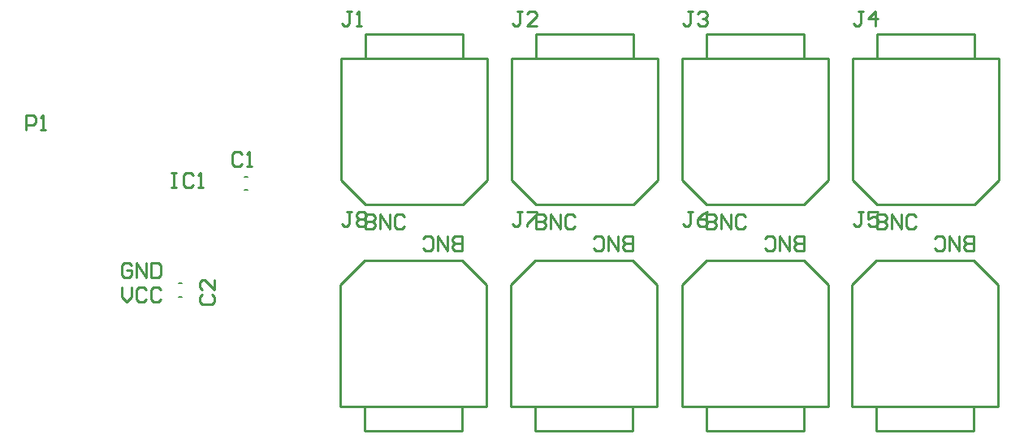
<source format=gto>
G04 Layer_Color=65535*
%FSLAX25Y25*%
%MOIN*%
G70*
G01*
G75*
%ADD12C,0.01000*%
%ADD20C,0.00500*%
D12*
X229800Y376999D02*
Y386999D01*
Y376999D02*
X239800D01*
X269800D02*
Y386999D01*
X259800Y376999D02*
X269800D01*
X239800D02*
X259800D01*
X219800Y386999D02*
X279800D01*
Y436999D01*
X219800Y386999D02*
Y436999D01*
X229800Y446999D01*
X269800D01*
X279800Y436999D01*
X299800Y376999D02*
Y386999D01*
Y376999D02*
X309800D01*
X339800D02*
Y386999D01*
X329800Y376999D02*
X339800D01*
X309800D02*
X329800D01*
X289800Y386999D02*
X349800D01*
Y436999D01*
X289800Y386999D02*
Y436999D01*
X299800Y446999D01*
X339800D01*
X349800Y436999D01*
X370000Y376999D02*
Y386999D01*
Y376999D02*
X380000D01*
X410000D02*
Y386999D01*
X400000Y376999D02*
X410000D01*
X380000D02*
X400000D01*
X360000Y386999D02*
X420000D01*
Y436999D01*
X360000Y386999D02*
Y436999D01*
X370000Y446999D01*
X410000D01*
X420000Y436999D01*
X439800Y376999D02*
Y386999D01*
Y376999D02*
X449800D01*
X479800D02*
Y386999D01*
X469800Y376999D02*
X479800D01*
X449800D02*
X469800D01*
X429800Y386999D02*
X489800D01*
Y436999D01*
X429800Y386999D02*
Y436999D01*
X439800Y446999D01*
X479800D01*
X489800Y436999D01*
X480000Y530000D02*
Y540000D01*
X470000D02*
X480000D01*
X440000Y530000D02*
Y540000D01*
X450000D01*
X470000D01*
X430000Y530000D02*
X490000D01*
X430000Y480000D02*
Y530000D01*
X490000Y480000D02*
Y530000D01*
X480000Y470000D02*
X490000Y480000D01*
X440000Y470000D02*
X480000D01*
X430000Y480000D02*
X440000Y470000D01*
X410000Y530000D02*
Y540000D01*
X400000D02*
X410000D01*
X370000Y530000D02*
Y540000D01*
X380000D01*
X400000D01*
X360000Y530000D02*
X420000D01*
X360000Y480000D02*
Y530000D01*
X420000Y480000D02*
Y530000D01*
X410000Y470000D02*
X420000Y480000D01*
X370000Y470000D02*
X410000D01*
X360000Y480000D02*
X370000Y470000D01*
X340000Y530000D02*
Y540000D01*
X330000D02*
X340000D01*
X300000Y530000D02*
Y540000D01*
X310000D01*
X330000D01*
X290000Y530000D02*
X350000D01*
X290000Y480000D02*
Y530000D01*
X350000Y480000D02*
Y530000D01*
X340000Y470000D02*
X350000Y480000D01*
X300000Y470000D02*
X340000D01*
X290000Y480000D02*
X300000Y470000D01*
X270000Y530000D02*
Y540000D01*
X260000D02*
X270000D01*
X230000Y530000D02*
Y540000D01*
X240000D01*
X260000D01*
X220000Y530000D02*
X280000D01*
X220000Y480000D02*
Y530000D01*
X280000Y480000D02*
Y530000D01*
X270000Y470000D02*
X280000Y480000D01*
X230000Y470000D02*
X270000D01*
X220000Y480000D02*
X230000Y470000D01*
X90600Y500800D02*
Y506798D01*
X93599D01*
X94599Y505798D01*
Y503799D01*
X93599Y502799D01*
X90600D01*
X96598Y500800D02*
X98597D01*
X97598D01*
Y506798D01*
X96598Y505798D01*
X163002Y432999D02*
X162002Y431999D01*
Y430000D01*
X163002Y429000D01*
X167000D01*
X168000Y430000D01*
Y431999D01*
X167000Y432999D01*
X168000Y438997D02*
Y434998D01*
X164001Y438997D01*
X163002D01*
X162002Y437997D01*
Y435998D01*
X163002Y434998D01*
X269800Y451001D02*
Y456999D01*
X266801D01*
X265801Y455999D01*
Y455000D01*
X266801Y454000D01*
X269800D01*
X266801D01*
X265801Y453000D01*
Y452001D01*
X266801Y451001D01*
X269800D01*
X263802Y456999D02*
Y451001D01*
X259803Y456999D01*
Y451001D01*
X253805Y452001D02*
X254805Y451001D01*
X256804D01*
X257804Y452001D01*
Y455999D01*
X256804Y456999D01*
X254805D01*
X253805Y455999D01*
X339800Y451001D02*
Y456999D01*
X336801D01*
X335801Y455999D01*
Y455000D01*
X336801Y454000D01*
X339800D01*
X336801D01*
X335801Y453000D01*
Y452001D01*
X336801Y451001D01*
X339800D01*
X333802Y456999D02*
Y451001D01*
X329803Y456999D01*
Y451001D01*
X323805Y452001D02*
X324805Y451001D01*
X326804D01*
X327804Y452001D01*
Y455999D01*
X326804Y456999D01*
X324805D01*
X323805Y455999D01*
X410000Y451001D02*
Y456999D01*
X407001D01*
X406001Y455999D01*
Y455000D01*
X407001Y454000D01*
X410000D01*
X407001D01*
X406001Y453000D01*
Y452001D01*
X407001Y451001D01*
X410000D01*
X404002Y456999D02*
Y451001D01*
X400003Y456999D01*
Y451001D01*
X394005Y452001D02*
X395005Y451001D01*
X397004D01*
X398004Y452001D01*
Y455999D01*
X397004Y456999D01*
X395005D01*
X394005Y455999D01*
X479800Y451001D02*
Y456999D01*
X476801D01*
X475801Y455999D01*
Y455000D01*
X476801Y454000D01*
X479800D01*
X476801D01*
X475801Y453000D01*
Y452001D01*
X476801Y451001D01*
X479800D01*
X473802Y456999D02*
Y451001D01*
X469803Y456999D01*
Y451001D01*
X463805Y452001D02*
X464805Y451001D01*
X466804D01*
X467804Y452001D01*
Y455999D01*
X466804Y456999D01*
X464805D01*
X463805Y455999D01*
X440000Y465998D02*
Y460000D01*
X442999D01*
X443999Y461000D01*
Y461999D01*
X442999Y462999D01*
X440000D01*
X442999D01*
X443999Y463999D01*
Y464998D01*
X442999Y465998D01*
X440000D01*
X445998Y460000D02*
Y465998D01*
X449997Y460000D01*
Y465998D01*
X455995Y464998D02*
X454995Y465998D01*
X452996D01*
X451996Y464998D01*
Y461000D01*
X452996Y460000D01*
X454995D01*
X455995Y461000D01*
X370000Y465998D02*
Y460000D01*
X372999D01*
X373999Y461000D01*
Y461999D01*
X372999Y462999D01*
X370000D01*
X372999D01*
X373999Y463999D01*
Y464998D01*
X372999Y465998D01*
X370000D01*
X375998Y460000D02*
Y465998D01*
X379997Y460000D01*
Y465998D01*
X385995Y464998D02*
X384995Y465998D01*
X382996D01*
X381996Y464998D01*
Y461000D01*
X382996Y460000D01*
X384995D01*
X385995Y461000D01*
X300000Y465998D02*
Y460000D01*
X302999D01*
X303999Y461000D01*
Y461999D01*
X302999Y462999D01*
X300000D01*
X302999D01*
X303999Y463999D01*
Y464998D01*
X302999Y465998D01*
X300000D01*
X305998Y460000D02*
Y465998D01*
X309997Y460000D01*
Y465998D01*
X315995Y464998D02*
X314995Y465998D01*
X312996D01*
X311996Y464998D01*
Y461000D01*
X312996Y460000D01*
X314995D01*
X315995Y461000D01*
X230000Y465998D02*
Y460000D01*
X232999D01*
X233999Y461000D01*
Y461999D01*
X232999Y462999D01*
X230000D01*
X232999D01*
X233999Y463999D01*
Y464998D01*
X232999Y465998D01*
X230000D01*
X235998Y460000D02*
Y465998D01*
X239997Y460000D01*
Y465998D01*
X245995Y464998D02*
X244995Y465998D01*
X242996D01*
X241996Y464998D01*
Y461000D01*
X242996Y460000D01*
X244995D01*
X245995Y461000D01*
X150450Y483148D02*
X152449D01*
X151450D01*
Y477150D01*
X150450D01*
X152449D01*
X159447Y482148D02*
X158447Y483148D01*
X156448D01*
X155448Y482148D01*
Y478150D01*
X156448Y477150D01*
X158447D01*
X159447Y478150D01*
X161446Y477150D02*
X163446D01*
X162446D01*
Y483148D01*
X161446Y482148D01*
X133999Y444998D02*
X132999Y445998D01*
X131000D01*
X130000Y444998D01*
Y441000D01*
X131000Y440000D01*
X132999D01*
X133999Y441000D01*
Y442999D01*
X131999D01*
X135998Y440000D02*
Y445998D01*
X139997Y440000D01*
Y445998D01*
X141996D02*
Y440000D01*
X144995D01*
X145995Y441000D01*
Y444998D01*
X144995Y445998D01*
X141996D01*
X130000Y435998D02*
Y431999D01*
X131999Y430000D01*
X133999Y431999D01*
Y435998D01*
X139997Y434998D02*
X138997Y435998D01*
X136998D01*
X135998Y434998D01*
Y431000D01*
X136998Y430000D01*
X138997D01*
X139997Y431000D01*
X145995Y434998D02*
X144995Y435998D01*
X142996D01*
X141996Y434998D01*
Y431000D01*
X142996Y430000D01*
X144995D01*
X145995Y431000D01*
X179347Y490772D02*
X178347Y491772D01*
X176348D01*
X175348Y490772D01*
Y486773D01*
X176348Y485774D01*
X178347D01*
X179347Y486773D01*
X181346Y485774D02*
X183346D01*
X182346D01*
Y491772D01*
X181346Y490772D01*
X224449Y549448D02*
X222449D01*
X223449D01*
Y544450D01*
X222449Y543450D01*
X221450D01*
X220450Y544450D01*
X226448Y543450D02*
X228447D01*
X227448D01*
Y549448D01*
X226448Y548448D01*
X294449Y549448D02*
X292449D01*
X293449D01*
Y544450D01*
X292449Y543450D01*
X291450D01*
X290450Y544450D01*
X300447Y543450D02*
X296448D01*
X300447Y547449D01*
Y548448D01*
X299447Y549448D01*
X297448D01*
X296448Y548448D01*
X364449Y549448D02*
X362449D01*
X363449D01*
Y544450D01*
X362449Y543450D01*
X361450D01*
X360450Y544450D01*
X366448Y548448D02*
X367448Y549448D01*
X369447D01*
X370447Y548448D01*
Y547449D01*
X369447Y546449D01*
X368447D01*
X369447D01*
X370447Y545449D01*
Y544450D01*
X369447Y543450D01*
X367448D01*
X366448Y544450D01*
X434449Y549448D02*
X432449D01*
X433449D01*
Y544450D01*
X432449Y543450D01*
X431450D01*
X430450Y544450D01*
X439447Y543450D02*
Y549448D01*
X436448Y546449D01*
X440447D01*
X434299Y466996D02*
X432299D01*
X433299D01*
Y461998D01*
X432299Y460998D01*
X431300D01*
X430300Y461998D01*
X440297Y466996D02*
X436298D01*
Y463997D01*
X438297Y464997D01*
X439297D01*
X440297Y463997D01*
Y461998D01*
X439297Y460998D01*
X437298D01*
X436298Y461998D01*
X364499Y466997D02*
X362499D01*
X363499D01*
Y461999D01*
X362499Y460999D01*
X361500D01*
X360500Y461999D01*
X370497Y466997D02*
X368497Y465997D01*
X366498Y463998D01*
Y461999D01*
X367498Y460999D01*
X369497D01*
X370497Y461999D01*
Y462998D01*
X369497Y463998D01*
X366498D01*
X294299Y466997D02*
X292299D01*
X293299D01*
Y461999D01*
X292299Y460999D01*
X291300D01*
X290300Y461999D01*
X296298Y466997D02*
X300297D01*
Y465997D01*
X296298Y461999D01*
Y460999D01*
X224299Y466998D02*
X222299D01*
X223299D01*
Y462000D01*
X222299Y461000D01*
X221300D01*
X220300Y462000D01*
X226298Y465998D02*
X227298Y466998D01*
X229297D01*
X230297Y465998D01*
Y464999D01*
X229297Y463999D01*
X230297Y462999D01*
Y462000D01*
X229297Y461000D01*
X227298D01*
X226298Y462000D01*
Y462999D01*
X227298Y463999D01*
X226298Y464999D01*
Y465998D01*
X227298Y463999D02*
X229297D01*
D20*
X153331Y432323D02*
X154669D01*
X153331Y437677D02*
X154669D01*
X180331Y476297D02*
X181669D01*
X180331Y481651D02*
X181669D01*
M02*

</source>
